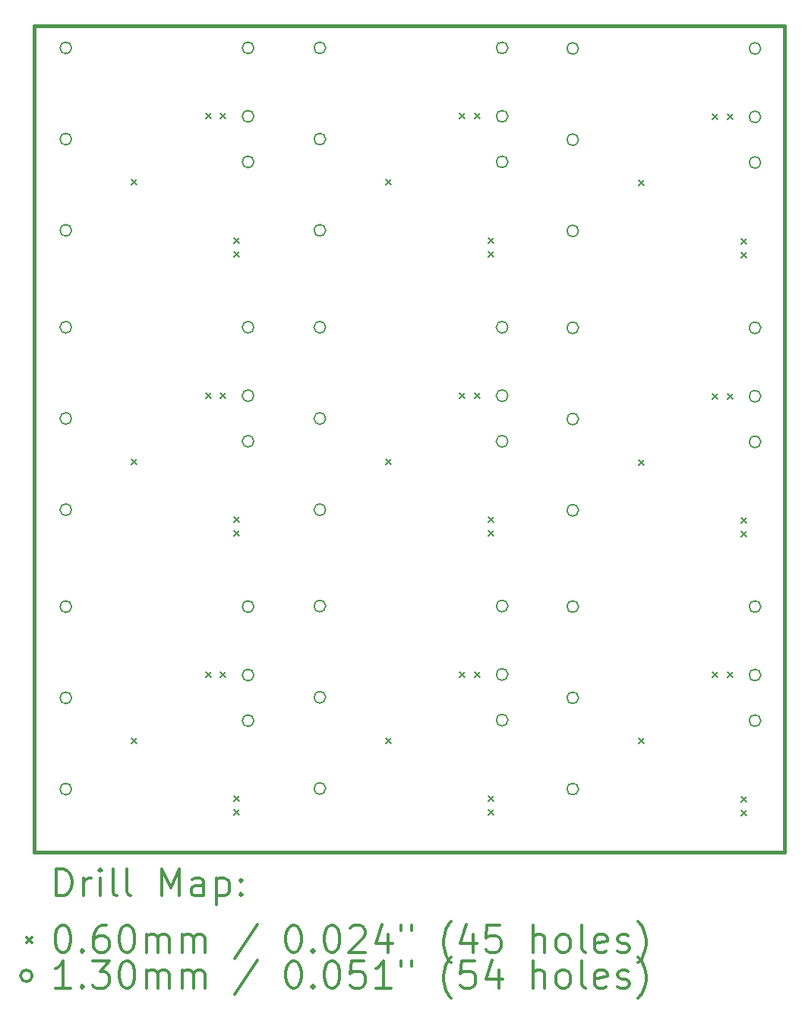
<source format=gbr>
%FSLAX45Y45*%
G04 Gerber Fmt 4.5, Leading zero omitted, Abs format (unit mm)*
G04 Created by KiCad (PCBNEW 4.0.5+dfsg1-4) date Sun Oct 21 20:25:18 2018*
%MOMM*%
%LPD*%
G01*
G04 APERTURE LIST*
%ADD10C,0.127000*%
%ADD11C,0.381000*%
%ADD12C,0.200000*%
%ADD13C,0.300000*%
G04 APERTURE END LIST*
D10*
D11*
X7931150Y-11785600D02*
X7931150Y-2578100D01*
X16300450Y-11785600D02*
X7931150Y-11785600D01*
X16300450Y-2578100D02*
X16300450Y-11785600D01*
X7931150Y-2578100D02*
X16300450Y-2578100D01*
D12*
X9018778Y-4294378D02*
X9078722Y-4354322D01*
X9078722Y-4294378D02*
X9018778Y-4354322D01*
X9018778Y-7405878D02*
X9078722Y-7465822D01*
X9078722Y-7405878D02*
X9018778Y-7465822D01*
X9018778Y-10511028D02*
X9078722Y-10570972D01*
X9078722Y-10511028D02*
X9018778Y-10570972D01*
X9844278Y-3557778D02*
X9904222Y-3617722D01*
X9904222Y-3557778D02*
X9844278Y-3617722D01*
X9844278Y-6669278D02*
X9904222Y-6729222D01*
X9904222Y-6669278D02*
X9844278Y-6729222D01*
X9844278Y-9774428D02*
X9904222Y-9834372D01*
X9904222Y-9774428D02*
X9844278Y-9834372D01*
X10009378Y-3557778D02*
X10069322Y-3617722D01*
X10069322Y-3557778D02*
X10009378Y-3617722D01*
X10009378Y-6669278D02*
X10069322Y-6729222D01*
X10069322Y-6669278D02*
X10009378Y-6729222D01*
X10009378Y-9774428D02*
X10069322Y-9834372D01*
X10069322Y-9774428D02*
X10009378Y-9834372D01*
X10161778Y-4942078D02*
X10221722Y-5002022D01*
X10221722Y-4942078D02*
X10161778Y-5002022D01*
X10161778Y-5094478D02*
X10221722Y-5154422D01*
X10221722Y-5094478D02*
X10161778Y-5154422D01*
X10161778Y-8053578D02*
X10221722Y-8113522D01*
X10221722Y-8053578D02*
X10161778Y-8113522D01*
X10161778Y-8205978D02*
X10221722Y-8265922D01*
X10221722Y-8205978D02*
X10161778Y-8265922D01*
X10161778Y-11158728D02*
X10221722Y-11218672D01*
X10221722Y-11158728D02*
X10161778Y-11218672D01*
X10161778Y-11311128D02*
X10221722Y-11371072D01*
X10221722Y-11311128D02*
X10161778Y-11371072D01*
X11850878Y-4294378D02*
X11910822Y-4354322D01*
X11910822Y-4294378D02*
X11850878Y-4354322D01*
X11850878Y-7405878D02*
X11910822Y-7465822D01*
X11910822Y-7405878D02*
X11850878Y-7465822D01*
X11850878Y-10511028D02*
X11910822Y-10570972D01*
X11910822Y-10511028D02*
X11850878Y-10570972D01*
X12676378Y-3557778D02*
X12736322Y-3617722D01*
X12736322Y-3557778D02*
X12676378Y-3617722D01*
X12676378Y-6669278D02*
X12736322Y-6729222D01*
X12736322Y-6669278D02*
X12676378Y-6729222D01*
X12676378Y-9774428D02*
X12736322Y-9834372D01*
X12736322Y-9774428D02*
X12676378Y-9834372D01*
X12841478Y-3557778D02*
X12901422Y-3617722D01*
X12901422Y-3557778D02*
X12841478Y-3617722D01*
X12841478Y-6669278D02*
X12901422Y-6729222D01*
X12901422Y-6669278D02*
X12841478Y-6729222D01*
X12841478Y-9774428D02*
X12901422Y-9834372D01*
X12901422Y-9774428D02*
X12841478Y-9834372D01*
X12993878Y-4942078D02*
X13053822Y-5002022D01*
X13053822Y-4942078D02*
X12993878Y-5002022D01*
X12993878Y-5094478D02*
X13053822Y-5154422D01*
X13053822Y-5094478D02*
X12993878Y-5154422D01*
X12993878Y-8053578D02*
X13053822Y-8113522D01*
X13053822Y-8053578D02*
X12993878Y-8113522D01*
X12993878Y-8205978D02*
X13053822Y-8265922D01*
X13053822Y-8205978D02*
X12993878Y-8265922D01*
X12993878Y-11158728D02*
X13053822Y-11218672D01*
X13053822Y-11158728D02*
X12993878Y-11218672D01*
X12993878Y-11311128D02*
X13053822Y-11371072D01*
X13053822Y-11311128D02*
X12993878Y-11371072D01*
X14670278Y-4300728D02*
X14730222Y-4360672D01*
X14730222Y-4300728D02*
X14670278Y-4360672D01*
X14670278Y-7412228D02*
X14730222Y-7472172D01*
X14730222Y-7412228D02*
X14670278Y-7472172D01*
X14670278Y-10517378D02*
X14730222Y-10577322D01*
X14730222Y-10517378D02*
X14670278Y-10577322D01*
X15495778Y-3564128D02*
X15555722Y-3624072D01*
X15555722Y-3564128D02*
X15495778Y-3624072D01*
X15495778Y-6675628D02*
X15555722Y-6735572D01*
X15555722Y-6675628D02*
X15495778Y-6735572D01*
X15495778Y-9780778D02*
X15555722Y-9840722D01*
X15555722Y-9780778D02*
X15495778Y-9840722D01*
X15660878Y-3564128D02*
X15720822Y-3624072D01*
X15720822Y-3564128D02*
X15660878Y-3624072D01*
X15660878Y-6675628D02*
X15720822Y-6735572D01*
X15720822Y-6675628D02*
X15660878Y-6735572D01*
X15660878Y-9780778D02*
X15720822Y-9840722D01*
X15720822Y-9780778D02*
X15660878Y-9840722D01*
X15813278Y-4948428D02*
X15873222Y-5008372D01*
X15873222Y-4948428D02*
X15813278Y-5008372D01*
X15813278Y-5100828D02*
X15873222Y-5160772D01*
X15873222Y-5100828D02*
X15813278Y-5160772D01*
X15813278Y-8059928D02*
X15873222Y-8119872D01*
X15873222Y-8059928D02*
X15813278Y-8119872D01*
X15813278Y-8212328D02*
X15873222Y-8272272D01*
X15873222Y-8212328D02*
X15813278Y-8272272D01*
X15813278Y-11165078D02*
X15873222Y-11225022D01*
X15873222Y-11165078D02*
X15813278Y-11225022D01*
X15813278Y-11317478D02*
X15873222Y-11377422D01*
X15873222Y-11317478D02*
X15813278Y-11377422D01*
X8351750Y-2825750D02*
G75*
G03X8351750Y-2825750I-65000J0D01*
G01*
X8351750Y-3841750D02*
G75*
G03X8351750Y-3841750I-65000J0D01*
G01*
X8351750Y-4857750D02*
G75*
G03X8351750Y-4857750I-65000J0D01*
G01*
X8351750Y-5937250D02*
G75*
G03X8351750Y-5937250I-65000J0D01*
G01*
X8351750Y-6953250D02*
G75*
G03X8351750Y-6953250I-65000J0D01*
G01*
X8351750Y-7969250D02*
G75*
G03X8351750Y-7969250I-65000J0D01*
G01*
X8351750Y-9048750D02*
G75*
G03X8351750Y-9048750I-65000J0D01*
G01*
X8351750Y-10064750D02*
G75*
G03X8351750Y-10064750I-65000J0D01*
G01*
X8351750Y-11080750D02*
G75*
G03X8351750Y-11080750I-65000J0D01*
G01*
X10383750Y-2825750D02*
G75*
G03X10383750Y-2825750I-65000J0D01*
G01*
X10383750Y-3587750D02*
G75*
G03X10383750Y-3587750I-65000J0D01*
G01*
X10383750Y-4095750D02*
G75*
G03X10383750Y-4095750I-65000J0D01*
G01*
X10383750Y-5937250D02*
G75*
G03X10383750Y-5937250I-65000J0D01*
G01*
X10383750Y-6699250D02*
G75*
G03X10383750Y-6699250I-65000J0D01*
G01*
X10383750Y-7207250D02*
G75*
G03X10383750Y-7207250I-65000J0D01*
G01*
X10383750Y-9048750D02*
G75*
G03X10383750Y-9048750I-65000J0D01*
G01*
X10383750Y-9810750D02*
G75*
G03X10383750Y-9810750I-65000J0D01*
G01*
X10383750Y-10318750D02*
G75*
G03X10383750Y-10318750I-65000J0D01*
G01*
X11183850Y-2825750D02*
G75*
G03X11183850Y-2825750I-65000J0D01*
G01*
X11183850Y-3841750D02*
G75*
G03X11183850Y-3841750I-65000J0D01*
G01*
X11183850Y-4857750D02*
G75*
G03X11183850Y-4857750I-65000J0D01*
G01*
X11183850Y-5937250D02*
G75*
G03X11183850Y-5937250I-65000J0D01*
G01*
X11183850Y-6953250D02*
G75*
G03X11183850Y-6953250I-65000J0D01*
G01*
X11183850Y-7969250D02*
G75*
G03X11183850Y-7969250I-65000J0D01*
G01*
X11183850Y-9042400D02*
G75*
G03X11183850Y-9042400I-65000J0D01*
G01*
X11183850Y-10058400D02*
G75*
G03X11183850Y-10058400I-65000J0D01*
G01*
X11183850Y-11074400D02*
G75*
G03X11183850Y-11074400I-65000J0D01*
G01*
X13215850Y-2825750D02*
G75*
G03X13215850Y-2825750I-65000J0D01*
G01*
X13215850Y-3587750D02*
G75*
G03X13215850Y-3587750I-65000J0D01*
G01*
X13215850Y-4095750D02*
G75*
G03X13215850Y-4095750I-65000J0D01*
G01*
X13215850Y-5937250D02*
G75*
G03X13215850Y-5937250I-65000J0D01*
G01*
X13215850Y-6699250D02*
G75*
G03X13215850Y-6699250I-65000J0D01*
G01*
X13215850Y-7207250D02*
G75*
G03X13215850Y-7207250I-65000J0D01*
G01*
X13215850Y-9042400D02*
G75*
G03X13215850Y-9042400I-65000J0D01*
G01*
X13215850Y-9804400D02*
G75*
G03X13215850Y-9804400I-65000J0D01*
G01*
X13215850Y-10312400D02*
G75*
G03X13215850Y-10312400I-65000J0D01*
G01*
X14003250Y-2832100D02*
G75*
G03X14003250Y-2832100I-65000J0D01*
G01*
X14003250Y-3848100D02*
G75*
G03X14003250Y-3848100I-65000J0D01*
G01*
X14003250Y-4864100D02*
G75*
G03X14003250Y-4864100I-65000J0D01*
G01*
X14003250Y-5943600D02*
G75*
G03X14003250Y-5943600I-65000J0D01*
G01*
X14003250Y-6959600D02*
G75*
G03X14003250Y-6959600I-65000J0D01*
G01*
X14003250Y-7975600D02*
G75*
G03X14003250Y-7975600I-65000J0D01*
G01*
X14003250Y-9048750D02*
G75*
G03X14003250Y-9048750I-65000J0D01*
G01*
X14003250Y-10064750D02*
G75*
G03X14003250Y-10064750I-65000J0D01*
G01*
X14003250Y-11080750D02*
G75*
G03X14003250Y-11080750I-65000J0D01*
G01*
X16035250Y-2832100D02*
G75*
G03X16035250Y-2832100I-65000J0D01*
G01*
X16035250Y-3594100D02*
G75*
G03X16035250Y-3594100I-65000J0D01*
G01*
X16035250Y-4102100D02*
G75*
G03X16035250Y-4102100I-65000J0D01*
G01*
X16035250Y-5943600D02*
G75*
G03X16035250Y-5943600I-65000J0D01*
G01*
X16035250Y-6705600D02*
G75*
G03X16035250Y-6705600I-65000J0D01*
G01*
X16035250Y-7213600D02*
G75*
G03X16035250Y-7213600I-65000J0D01*
G01*
X16035250Y-9048750D02*
G75*
G03X16035250Y-9048750I-65000J0D01*
G01*
X16035250Y-9810750D02*
G75*
G03X16035250Y-9810750I-65000J0D01*
G01*
X16035250Y-10318750D02*
G75*
G03X16035250Y-10318750I-65000J0D01*
G01*
D13*
X8183528Y-12270364D02*
X8183528Y-11970364D01*
X8254957Y-11970364D01*
X8297814Y-11984650D01*
X8326386Y-12013221D01*
X8340671Y-12041793D01*
X8354957Y-12098936D01*
X8354957Y-12141793D01*
X8340671Y-12198936D01*
X8326386Y-12227507D01*
X8297814Y-12256079D01*
X8254957Y-12270364D01*
X8183528Y-12270364D01*
X8483529Y-12270364D02*
X8483529Y-12070364D01*
X8483529Y-12127507D02*
X8497814Y-12098936D01*
X8512100Y-12084650D01*
X8540671Y-12070364D01*
X8569243Y-12070364D01*
X8669243Y-12270364D02*
X8669243Y-12070364D01*
X8669243Y-11970364D02*
X8654957Y-11984650D01*
X8669243Y-11998936D01*
X8683529Y-11984650D01*
X8669243Y-11970364D01*
X8669243Y-11998936D01*
X8854957Y-12270364D02*
X8826386Y-12256079D01*
X8812100Y-12227507D01*
X8812100Y-11970364D01*
X9012100Y-12270364D02*
X8983529Y-12256079D01*
X8969243Y-12227507D01*
X8969243Y-11970364D01*
X9354957Y-12270364D02*
X9354957Y-11970364D01*
X9454957Y-12184650D01*
X9554957Y-11970364D01*
X9554957Y-12270364D01*
X9826386Y-12270364D02*
X9826386Y-12113221D01*
X9812100Y-12084650D01*
X9783529Y-12070364D01*
X9726386Y-12070364D01*
X9697814Y-12084650D01*
X9826386Y-12256079D02*
X9797814Y-12270364D01*
X9726386Y-12270364D01*
X9697814Y-12256079D01*
X9683529Y-12227507D01*
X9683529Y-12198936D01*
X9697814Y-12170364D01*
X9726386Y-12156079D01*
X9797814Y-12156079D01*
X9826386Y-12141793D01*
X9969243Y-12070364D02*
X9969243Y-12370364D01*
X9969243Y-12084650D02*
X9997814Y-12070364D01*
X10054957Y-12070364D01*
X10083529Y-12084650D01*
X10097814Y-12098936D01*
X10112100Y-12127507D01*
X10112100Y-12213221D01*
X10097814Y-12241793D01*
X10083529Y-12256079D01*
X10054957Y-12270364D01*
X9997814Y-12270364D01*
X9969243Y-12256079D01*
X10240671Y-12241793D02*
X10254957Y-12256079D01*
X10240671Y-12270364D01*
X10226386Y-12256079D01*
X10240671Y-12241793D01*
X10240671Y-12270364D01*
X10240671Y-12084650D02*
X10254957Y-12098936D01*
X10240671Y-12113221D01*
X10226386Y-12098936D01*
X10240671Y-12084650D01*
X10240671Y-12113221D01*
X7852156Y-12734678D02*
X7912100Y-12794622D01*
X7912100Y-12734678D02*
X7852156Y-12794622D01*
X8240671Y-12600364D02*
X8269243Y-12600364D01*
X8297814Y-12614650D01*
X8312100Y-12628936D01*
X8326386Y-12657507D01*
X8340671Y-12714650D01*
X8340671Y-12786079D01*
X8326386Y-12843221D01*
X8312100Y-12871793D01*
X8297814Y-12886079D01*
X8269243Y-12900364D01*
X8240671Y-12900364D01*
X8212100Y-12886079D01*
X8197814Y-12871793D01*
X8183528Y-12843221D01*
X8169243Y-12786079D01*
X8169243Y-12714650D01*
X8183528Y-12657507D01*
X8197814Y-12628936D01*
X8212100Y-12614650D01*
X8240671Y-12600364D01*
X8469243Y-12871793D02*
X8483529Y-12886079D01*
X8469243Y-12900364D01*
X8454957Y-12886079D01*
X8469243Y-12871793D01*
X8469243Y-12900364D01*
X8740671Y-12600364D02*
X8683528Y-12600364D01*
X8654957Y-12614650D01*
X8640671Y-12628936D01*
X8612100Y-12671793D01*
X8597814Y-12728936D01*
X8597814Y-12843221D01*
X8612100Y-12871793D01*
X8626386Y-12886079D01*
X8654957Y-12900364D01*
X8712100Y-12900364D01*
X8740671Y-12886079D01*
X8754957Y-12871793D01*
X8769243Y-12843221D01*
X8769243Y-12771793D01*
X8754957Y-12743221D01*
X8740671Y-12728936D01*
X8712100Y-12714650D01*
X8654957Y-12714650D01*
X8626386Y-12728936D01*
X8612100Y-12743221D01*
X8597814Y-12771793D01*
X8954957Y-12600364D02*
X8983529Y-12600364D01*
X9012100Y-12614650D01*
X9026386Y-12628936D01*
X9040671Y-12657507D01*
X9054957Y-12714650D01*
X9054957Y-12786079D01*
X9040671Y-12843221D01*
X9026386Y-12871793D01*
X9012100Y-12886079D01*
X8983529Y-12900364D01*
X8954957Y-12900364D01*
X8926386Y-12886079D01*
X8912100Y-12871793D01*
X8897814Y-12843221D01*
X8883529Y-12786079D01*
X8883529Y-12714650D01*
X8897814Y-12657507D01*
X8912100Y-12628936D01*
X8926386Y-12614650D01*
X8954957Y-12600364D01*
X9183529Y-12900364D02*
X9183529Y-12700364D01*
X9183529Y-12728936D02*
X9197814Y-12714650D01*
X9226386Y-12700364D01*
X9269243Y-12700364D01*
X9297814Y-12714650D01*
X9312100Y-12743221D01*
X9312100Y-12900364D01*
X9312100Y-12743221D02*
X9326386Y-12714650D01*
X9354957Y-12700364D01*
X9397814Y-12700364D01*
X9426386Y-12714650D01*
X9440671Y-12743221D01*
X9440671Y-12900364D01*
X9583529Y-12900364D02*
X9583529Y-12700364D01*
X9583529Y-12728936D02*
X9597814Y-12714650D01*
X9626386Y-12700364D01*
X9669243Y-12700364D01*
X9697814Y-12714650D01*
X9712100Y-12743221D01*
X9712100Y-12900364D01*
X9712100Y-12743221D02*
X9726386Y-12714650D01*
X9754957Y-12700364D01*
X9797814Y-12700364D01*
X9826386Y-12714650D01*
X9840671Y-12743221D01*
X9840671Y-12900364D01*
X10426386Y-12586079D02*
X10169243Y-12971793D01*
X10812100Y-12600364D02*
X10840671Y-12600364D01*
X10869243Y-12614650D01*
X10883528Y-12628936D01*
X10897814Y-12657507D01*
X10912100Y-12714650D01*
X10912100Y-12786079D01*
X10897814Y-12843221D01*
X10883528Y-12871793D01*
X10869243Y-12886079D01*
X10840671Y-12900364D01*
X10812100Y-12900364D01*
X10783528Y-12886079D01*
X10769243Y-12871793D01*
X10754957Y-12843221D01*
X10740671Y-12786079D01*
X10740671Y-12714650D01*
X10754957Y-12657507D01*
X10769243Y-12628936D01*
X10783528Y-12614650D01*
X10812100Y-12600364D01*
X11040671Y-12871793D02*
X11054957Y-12886079D01*
X11040671Y-12900364D01*
X11026386Y-12886079D01*
X11040671Y-12871793D01*
X11040671Y-12900364D01*
X11240671Y-12600364D02*
X11269243Y-12600364D01*
X11297814Y-12614650D01*
X11312100Y-12628936D01*
X11326385Y-12657507D01*
X11340671Y-12714650D01*
X11340671Y-12786079D01*
X11326385Y-12843221D01*
X11312100Y-12871793D01*
X11297814Y-12886079D01*
X11269243Y-12900364D01*
X11240671Y-12900364D01*
X11212100Y-12886079D01*
X11197814Y-12871793D01*
X11183528Y-12843221D01*
X11169243Y-12786079D01*
X11169243Y-12714650D01*
X11183528Y-12657507D01*
X11197814Y-12628936D01*
X11212100Y-12614650D01*
X11240671Y-12600364D01*
X11454957Y-12628936D02*
X11469243Y-12614650D01*
X11497814Y-12600364D01*
X11569243Y-12600364D01*
X11597814Y-12614650D01*
X11612100Y-12628936D01*
X11626385Y-12657507D01*
X11626385Y-12686079D01*
X11612100Y-12728936D01*
X11440671Y-12900364D01*
X11626385Y-12900364D01*
X11883528Y-12700364D02*
X11883528Y-12900364D01*
X11812100Y-12586079D02*
X11740671Y-12800364D01*
X11926385Y-12800364D01*
X12026386Y-12600364D02*
X12026386Y-12657507D01*
X12140671Y-12600364D02*
X12140671Y-12657507D01*
X12583528Y-13014650D02*
X12569243Y-13000364D01*
X12540671Y-12957507D01*
X12526385Y-12928936D01*
X12512100Y-12886079D01*
X12497814Y-12814650D01*
X12497814Y-12757507D01*
X12512100Y-12686079D01*
X12526385Y-12643221D01*
X12540671Y-12614650D01*
X12569243Y-12571793D01*
X12583528Y-12557507D01*
X12826385Y-12700364D02*
X12826385Y-12900364D01*
X12754957Y-12586079D02*
X12683528Y-12800364D01*
X12869243Y-12800364D01*
X13126385Y-12600364D02*
X12983528Y-12600364D01*
X12969243Y-12743221D01*
X12983528Y-12728936D01*
X13012100Y-12714650D01*
X13083528Y-12714650D01*
X13112100Y-12728936D01*
X13126385Y-12743221D01*
X13140671Y-12771793D01*
X13140671Y-12843221D01*
X13126385Y-12871793D01*
X13112100Y-12886079D01*
X13083528Y-12900364D01*
X13012100Y-12900364D01*
X12983528Y-12886079D01*
X12969243Y-12871793D01*
X13497814Y-12900364D02*
X13497814Y-12600364D01*
X13626385Y-12900364D02*
X13626385Y-12743221D01*
X13612100Y-12714650D01*
X13583528Y-12700364D01*
X13540671Y-12700364D01*
X13512100Y-12714650D01*
X13497814Y-12728936D01*
X13812100Y-12900364D02*
X13783528Y-12886079D01*
X13769243Y-12871793D01*
X13754957Y-12843221D01*
X13754957Y-12757507D01*
X13769243Y-12728936D01*
X13783528Y-12714650D01*
X13812100Y-12700364D01*
X13854957Y-12700364D01*
X13883528Y-12714650D01*
X13897814Y-12728936D01*
X13912100Y-12757507D01*
X13912100Y-12843221D01*
X13897814Y-12871793D01*
X13883528Y-12886079D01*
X13854957Y-12900364D01*
X13812100Y-12900364D01*
X14083528Y-12900364D02*
X14054957Y-12886079D01*
X14040671Y-12857507D01*
X14040671Y-12600364D01*
X14312100Y-12886079D02*
X14283528Y-12900364D01*
X14226386Y-12900364D01*
X14197814Y-12886079D01*
X14183528Y-12857507D01*
X14183528Y-12743221D01*
X14197814Y-12714650D01*
X14226386Y-12700364D01*
X14283528Y-12700364D01*
X14312100Y-12714650D01*
X14326386Y-12743221D01*
X14326386Y-12771793D01*
X14183528Y-12800364D01*
X14440671Y-12886079D02*
X14469243Y-12900364D01*
X14526386Y-12900364D01*
X14554957Y-12886079D01*
X14569243Y-12857507D01*
X14569243Y-12843221D01*
X14554957Y-12814650D01*
X14526386Y-12800364D01*
X14483528Y-12800364D01*
X14454957Y-12786079D01*
X14440671Y-12757507D01*
X14440671Y-12743221D01*
X14454957Y-12714650D01*
X14483528Y-12700364D01*
X14526386Y-12700364D01*
X14554957Y-12714650D01*
X14669243Y-13014650D02*
X14683528Y-13000364D01*
X14712100Y-12957507D01*
X14726386Y-12928936D01*
X14740671Y-12886079D01*
X14754957Y-12814650D01*
X14754957Y-12757507D01*
X14740671Y-12686079D01*
X14726386Y-12643221D01*
X14712100Y-12614650D01*
X14683528Y-12571793D01*
X14669243Y-12557507D01*
X7912100Y-13160650D02*
G75*
G03X7912100Y-13160650I-65000J0D01*
G01*
X8340671Y-13296364D02*
X8169243Y-13296364D01*
X8254957Y-13296364D02*
X8254957Y-12996364D01*
X8226386Y-13039221D01*
X8197814Y-13067793D01*
X8169243Y-13082079D01*
X8469243Y-13267793D02*
X8483529Y-13282079D01*
X8469243Y-13296364D01*
X8454957Y-13282079D01*
X8469243Y-13267793D01*
X8469243Y-13296364D01*
X8583528Y-12996364D02*
X8769243Y-12996364D01*
X8669243Y-13110650D01*
X8712100Y-13110650D01*
X8740671Y-13124936D01*
X8754957Y-13139221D01*
X8769243Y-13167793D01*
X8769243Y-13239221D01*
X8754957Y-13267793D01*
X8740671Y-13282079D01*
X8712100Y-13296364D01*
X8626386Y-13296364D01*
X8597814Y-13282079D01*
X8583528Y-13267793D01*
X8954957Y-12996364D02*
X8983529Y-12996364D01*
X9012100Y-13010650D01*
X9026386Y-13024936D01*
X9040671Y-13053507D01*
X9054957Y-13110650D01*
X9054957Y-13182079D01*
X9040671Y-13239221D01*
X9026386Y-13267793D01*
X9012100Y-13282079D01*
X8983529Y-13296364D01*
X8954957Y-13296364D01*
X8926386Y-13282079D01*
X8912100Y-13267793D01*
X8897814Y-13239221D01*
X8883529Y-13182079D01*
X8883529Y-13110650D01*
X8897814Y-13053507D01*
X8912100Y-13024936D01*
X8926386Y-13010650D01*
X8954957Y-12996364D01*
X9183529Y-13296364D02*
X9183529Y-13096364D01*
X9183529Y-13124936D02*
X9197814Y-13110650D01*
X9226386Y-13096364D01*
X9269243Y-13096364D01*
X9297814Y-13110650D01*
X9312100Y-13139221D01*
X9312100Y-13296364D01*
X9312100Y-13139221D02*
X9326386Y-13110650D01*
X9354957Y-13096364D01*
X9397814Y-13096364D01*
X9426386Y-13110650D01*
X9440671Y-13139221D01*
X9440671Y-13296364D01*
X9583529Y-13296364D02*
X9583529Y-13096364D01*
X9583529Y-13124936D02*
X9597814Y-13110650D01*
X9626386Y-13096364D01*
X9669243Y-13096364D01*
X9697814Y-13110650D01*
X9712100Y-13139221D01*
X9712100Y-13296364D01*
X9712100Y-13139221D02*
X9726386Y-13110650D01*
X9754957Y-13096364D01*
X9797814Y-13096364D01*
X9826386Y-13110650D01*
X9840671Y-13139221D01*
X9840671Y-13296364D01*
X10426386Y-12982079D02*
X10169243Y-13367793D01*
X10812100Y-12996364D02*
X10840671Y-12996364D01*
X10869243Y-13010650D01*
X10883528Y-13024936D01*
X10897814Y-13053507D01*
X10912100Y-13110650D01*
X10912100Y-13182079D01*
X10897814Y-13239221D01*
X10883528Y-13267793D01*
X10869243Y-13282079D01*
X10840671Y-13296364D01*
X10812100Y-13296364D01*
X10783528Y-13282079D01*
X10769243Y-13267793D01*
X10754957Y-13239221D01*
X10740671Y-13182079D01*
X10740671Y-13110650D01*
X10754957Y-13053507D01*
X10769243Y-13024936D01*
X10783528Y-13010650D01*
X10812100Y-12996364D01*
X11040671Y-13267793D02*
X11054957Y-13282079D01*
X11040671Y-13296364D01*
X11026386Y-13282079D01*
X11040671Y-13267793D01*
X11040671Y-13296364D01*
X11240671Y-12996364D02*
X11269243Y-12996364D01*
X11297814Y-13010650D01*
X11312100Y-13024936D01*
X11326385Y-13053507D01*
X11340671Y-13110650D01*
X11340671Y-13182079D01*
X11326385Y-13239221D01*
X11312100Y-13267793D01*
X11297814Y-13282079D01*
X11269243Y-13296364D01*
X11240671Y-13296364D01*
X11212100Y-13282079D01*
X11197814Y-13267793D01*
X11183528Y-13239221D01*
X11169243Y-13182079D01*
X11169243Y-13110650D01*
X11183528Y-13053507D01*
X11197814Y-13024936D01*
X11212100Y-13010650D01*
X11240671Y-12996364D01*
X11612100Y-12996364D02*
X11469243Y-12996364D01*
X11454957Y-13139221D01*
X11469243Y-13124936D01*
X11497814Y-13110650D01*
X11569243Y-13110650D01*
X11597814Y-13124936D01*
X11612100Y-13139221D01*
X11626385Y-13167793D01*
X11626385Y-13239221D01*
X11612100Y-13267793D01*
X11597814Y-13282079D01*
X11569243Y-13296364D01*
X11497814Y-13296364D01*
X11469243Y-13282079D01*
X11454957Y-13267793D01*
X11912100Y-13296364D02*
X11740671Y-13296364D01*
X11826385Y-13296364D02*
X11826385Y-12996364D01*
X11797814Y-13039221D01*
X11769243Y-13067793D01*
X11740671Y-13082079D01*
X12026386Y-12996364D02*
X12026386Y-13053507D01*
X12140671Y-12996364D02*
X12140671Y-13053507D01*
X12583528Y-13410650D02*
X12569243Y-13396364D01*
X12540671Y-13353507D01*
X12526385Y-13324936D01*
X12512100Y-13282079D01*
X12497814Y-13210650D01*
X12497814Y-13153507D01*
X12512100Y-13082079D01*
X12526385Y-13039221D01*
X12540671Y-13010650D01*
X12569243Y-12967793D01*
X12583528Y-12953507D01*
X12840671Y-12996364D02*
X12697814Y-12996364D01*
X12683528Y-13139221D01*
X12697814Y-13124936D01*
X12726385Y-13110650D01*
X12797814Y-13110650D01*
X12826385Y-13124936D01*
X12840671Y-13139221D01*
X12854957Y-13167793D01*
X12854957Y-13239221D01*
X12840671Y-13267793D01*
X12826385Y-13282079D01*
X12797814Y-13296364D01*
X12726385Y-13296364D01*
X12697814Y-13282079D01*
X12683528Y-13267793D01*
X13112100Y-13096364D02*
X13112100Y-13296364D01*
X13040671Y-12982079D02*
X12969243Y-13196364D01*
X13154957Y-13196364D01*
X13497814Y-13296364D02*
X13497814Y-12996364D01*
X13626385Y-13296364D02*
X13626385Y-13139221D01*
X13612100Y-13110650D01*
X13583528Y-13096364D01*
X13540671Y-13096364D01*
X13512100Y-13110650D01*
X13497814Y-13124936D01*
X13812100Y-13296364D02*
X13783528Y-13282079D01*
X13769243Y-13267793D01*
X13754957Y-13239221D01*
X13754957Y-13153507D01*
X13769243Y-13124936D01*
X13783528Y-13110650D01*
X13812100Y-13096364D01*
X13854957Y-13096364D01*
X13883528Y-13110650D01*
X13897814Y-13124936D01*
X13912100Y-13153507D01*
X13912100Y-13239221D01*
X13897814Y-13267793D01*
X13883528Y-13282079D01*
X13854957Y-13296364D01*
X13812100Y-13296364D01*
X14083528Y-13296364D02*
X14054957Y-13282079D01*
X14040671Y-13253507D01*
X14040671Y-12996364D01*
X14312100Y-13282079D02*
X14283528Y-13296364D01*
X14226386Y-13296364D01*
X14197814Y-13282079D01*
X14183528Y-13253507D01*
X14183528Y-13139221D01*
X14197814Y-13110650D01*
X14226386Y-13096364D01*
X14283528Y-13096364D01*
X14312100Y-13110650D01*
X14326386Y-13139221D01*
X14326386Y-13167793D01*
X14183528Y-13196364D01*
X14440671Y-13282079D02*
X14469243Y-13296364D01*
X14526386Y-13296364D01*
X14554957Y-13282079D01*
X14569243Y-13253507D01*
X14569243Y-13239221D01*
X14554957Y-13210650D01*
X14526386Y-13196364D01*
X14483528Y-13196364D01*
X14454957Y-13182079D01*
X14440671Y-13153507D01*
X14440671Y-13139221D01*
X14454957Y-13110650D01*
X14483528Y-13096364D01*
X14526386Y-13096364D01*
X14554957Y-13110650D01*
X14669243Y-13410650D02*
X14683528Y-13396364D01*
X14712100Y-13353507D01*
X14726386Y-13324936D01*
X14740671Y-13282079D01*
X14754957Y-13210650D01*
X14754957Y-13153507D01*
X14740671Y-13082079D01*
X14726386Y-13039221D01*
X14712100Y-13010650D01*
X14683528Y-12967793D01*
X14669243Y-12953507D01*
M02*

</source>
